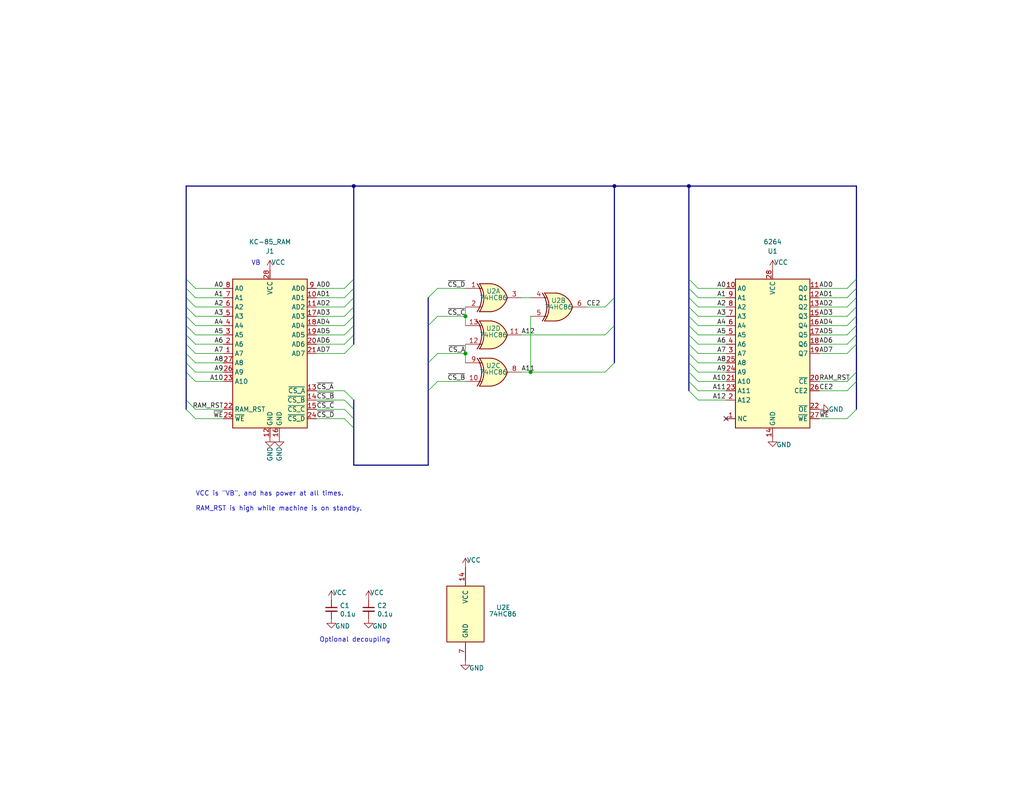
<source format=kicad_sch>
(kicad_sch (version 20211123) (generator eeschema)
  (paper "USLetter")
  (title_block (title "Model T RAM Module") (date "2021-08-19") (rev "006") (company "b.kenyon.w@gmail.com"))
  (lib_symbols
    (symbol "000_LOCAL:6264"
      (property "Reference" "U" (at -10.16 20.955 0))
      (property "Value" "6264" (at 2.54 20.955 0))
      (symbol "6264_0_0"
        (pin power_in line (at 0 -22.86 90) (length 2.54) (name "GND") (number "14"))
        (pin power_in line (at 0 22.86 270) (length 2.54) (name "VCC") (number "28"))
      )
      (symbol "6264_0_1"
        (rectangle (start -10.16 20.32) (end 10.16 -20.32) (stroke (width 0.254)) (fill (type background)))
      )
      (symbol "6264_1_1"
        (pin no_connect line (at -12.7 -17.78 0) (length 2.54) (name "NC") (number "1"))
        (pin input line (at -12.7 17.78 0) (length 2.54) (name "A0") (number "10"))
        (pin tri_state line (at 12.7 17.78 180) (length 2.54) (name "Q0") (number "11"))
        (pin tri_state line (at 12.7 15.24 180) (length 2.54) (name "Q1") (number "12"))
        (pin tri_state line (at 12.7 12.7 180) (length 2.54) (name "Q2") (number "13"))
        (pin tri_state line (at 12.7 10.16 180) (length 2.54) (name "Q3") (number "15"))
        (pin tri_state line (at 12.7 7.62 180) (length 2.54) (name "Q4") (number "16"))
        (pin tri_state line (at 12.7 5.08 180) (length 2.54) (name "Q5") (number "17"))
        (pin tri_state line (at 12.7 2.54 180) (length 2.54) (name "Q6") (number "18"))
        (pin tri_state line (at 12.7 0 180) (length 2.54) (name "Q7") (number "19"))
        (pin input line (at -12.7 -12.7 0) (length 2.54) (name "A12") (number "2"))
        (pin input line (at 12.7 -7.62 180) (length 2.54) (name "~{CE}") (number "20"))
        (pin input line (at -12.7 -7.62 0) (length 2.54) (name "A10") (number "21"))
        (pin input line (at 12.7 -15.24 180) (length 2.54) (name "~{OE}") (number "22"))
        (pin input line (at -12.7 -10.16 0) (length 2.54) (name "A11") (number "23"))
        (pin input line (at -12.7 -5.08 0) (length 2.54) (name "A9") (number "24"))
        (pin input line (at -12.7 -2.54 0) (length 2.54) (name "A8") (number "25"))
        (pin input line (at 12.7 -10.16 180) (length 2.54) (name "CE2") (number "26"))
        (pin input line (at 12.7 -17.78 180) (length 2.54) (name "~{WE}") (number "27"))
        (pin input line (at -12.7 0 0) (length 2.54) (name "A7") (number "3"))
        (pin input line (at -12.7 2.54 0) (length 2.54) (name "A6") (number "4"))
        (pin input line (at -12.7 5.08 0) (length 2.54) (name "A5") (number "5"))
        (pin input line (at -12.7 7.62 0) (length 2.54) (name "A4") (number "6"))
        (pin input line (at -12.7 10.16 0) (length 2.54) (name "A3") (number "7"))
        (pin input line (at -12.7 12.7 0) (length 2.54) (name "A2") (number "8"))
        (pin input line (at -12.7 15.24 0) (length 2.54) (name "A1") (number "9"))
      )
    )
    (symbol "000_LOCAL:74HC86" (pin_names (offset 1.016))
      (property "Reference" "U" (at 0 1.27 0))
      (property "Value" "74HC86" (at 0 -1.27 0))
      (symbol "74HC86_1_0"
        (arc (start -4.4196 -3.81) (mid -3.2033 0) (end -4.4196 3.81) (stroke (width 0.254)))
        (arc (start -3.81 -3.81) (mid -2.589 0) (end -3.81 3.81) (stroke (width 0.254)))
        (arc (start -0.6096 -3.81) (mid 2.1842 -2.5851) (end 3.81 0) (stroke (width 0.254)) (fill (type background)))
        (polyline (pts (xy -3.81 -3.81) (xy -0.635 -3.81)) (stroke (width 0.254)) (fill (type background)))
        (polyline (pts (xy -3.81 3.81) (xy -0.635 3.81)) (stroke (width 0.254)) (fill (type background)))
        (polyline (pts (xy -0.635 3.81) (xy -3.81 3.81) (xy -3.81 3.81) (xy -3.556 3.4036) (xy -3.0226 2.2606) (xy -2.6924 1.0414) (xy -2.6162 -0.254) (xy -2.7686 -1.4986) (xy -3.175 -2.7178) (xy -3.81 -3.81) (xy -3.81 -3.81) (xy -0.635 -3.81)) (stroke (width -25.4)) (fill (type background)))
        (arc (start 3.81 0) (mid 2.1915 2.5936) (end -0.6096 3.81) (stroke (width 0.254)) (fill (type background)))
        (pin input line (at -7.62 2.54 0) (length 4.445) (name "~") (number "1"))
        (pin input line (at -7.62 -2.54 0) (length 4.445) (name "~") (number "2"))
        (pin output line (at 7.62 0 180) (length 3.81) (name "~") (number "3"))
      )
      (symbol "74HC86_1_1"
        (polyline (pts (xy -3.81 -2.54) (xy -3.175 -2.54)) (stroke (width 0.1524)))
        (polyline (pts (xy -3.81 2.54) (xy -3.175 2.54)) (stroke (width 0.1524)))
      )
      (symbol "74HC86_2_0"
        (arc (start -4.4196 -3.81) (mid -3.2033 0) (end -4.4196 3.81) (stroke (width 0.254)))
        (arc (start -3.81 -3.81) (mid -2.589 0) (end -3.81 3.81) (stroke (width 0.254)))
        (arc (start -0.6096 -3.81) (mid 2.1842 -2.5851) (end 3.81 0) (stroke (width 0.254)) (fill (type background)))
        (polyline (pts (xy -3.81 -3.81) (xy -0.635 -3.81)) (stroke (width 0.254)) (fill (type background)))
        (polyline (pts (xy -3.81 3.81) (xy -0.635 3.81)) (stroke (width 0.254)) (fill (type background)))
        (polyline (pts (xy -0.635 3.81) (xy -3.81 3.81) (xy -3.81 3.81) (xy -3.556 3.4036) (xy -3.0226 2.2606) (xy -2.6924 1.0414) (xy -2.6162 -0.254) (xy -2.7686 -1.4986) (xy -3.175 -2.7178) (xy -3.81 -3.81) (xy -3.81 -3.81) (xy -0.635 -3.81)) (stroke (width -25.4)) (fill (type background)))
        (arc (start 3.81 0) (mid 2.1915 2.5936) (end -0.6096 3.81) (stroke (width 0.254)) (fill (type background)))
        (pin input line (at -7.62 2.54 0) (length 4.445) (name "~") (number "4"))
        (pin input line (at -7.62 -2.54 0) (length 4.445) (name "~") (number "5"))
        (pin output line (at 7.62 0 180) (length 3.81) (name "~") (number "6"))
      )
      (symbol "74HC86_2_1"
        (polyline (pts (xy -3.81 -2.54) (xy -3.175 -2.54)) (stroke (width 0.1524)))
        (polyline (pts (xy -3.81 2.54) (xy -3.175 2.54)) (stroke (width 0.1524)))
      )
      (symbol "74HC86_3_0"
        (arc (start -4.4196 -3.81) (mid -3.2033 0) (end -4.4196 3.81) (stroke (width 0.254)))
        (arc (start -3.81 -3.81) (mid -2.589 0) (end -3.81 3.81) (stroke (width 0.254)))
        (arc (start -0.6096 -3.81) (mid 2.1842 -2.5851) (end 3.81 0) (stroke (width 0.254)) (fill (type background)))
        (polyline (pts (xy -3.81 -3.81) (xy -0.635 -3.81)) (stroke (width 0.254)) (fill (type background)))
        (polyline (pts (xy -3.81 3.81) (xy -0.635 3.81)) (stroke (width 0.254)) (fill (type background)))
        (polyline (pts (xy -0.635 3.81) (xy -3.81 3.81) (xy -3.81 3.81) (xy -3.556 3.4036) (xy -3.0226 2.2606) (xy -2.6924 1.0414) (xy -2.6162 -0.254) (xy -2.7686 -1.4986) (xy -3.175 -2.7178) (xy -3.81 -3.81) (xy -3.81 -3.81) (xy -0.635 -3.81)) (stroke (width -25.4)) (fill (type background)))
        (arc (start 3.81 0) (mid 2.1915 2.5936) (end -0.6096 3.81) (stroke (width 0.254)) (fill (type background)))
        (pin input line (at -7.62 -2.54 0) (length 4.445) (name "~") (number "10"))
        (pin output line (at 7.62 0 180) (length 3.81) (name "~") (number "8"))
        (pin input line (at -7.62 2.54 0) (length 4.445) (name "~") (number "9"))
      )
      (symbol "74HC86_3_1"
        (polyline (pts (xy -3.81 -2.54) (xy -3.175 -2.54)) (stroke (width 0.1524)))
        (polyline (pts (xy -3.81 2.54) (xy -3.175 2.54)) (stroke (width 0.1524)))
      )
      (symbol "74HC86_4_0"
        (arc (start -4.4196 -3.81) (mid -3.2033 0) (end -4.4196 3.81) (stroke (width 0.254)))
        (arc (start -3.81 -3.81) (mid -2.589 0) (end -3.81 3.81) (stroke (width 0.254)))
        (arc (start -0.6096 -3.81) (mid 2.1842 -2.5851) (end 3.81 0) (stroke (width 0.254)) (fill (type background)))
        (polyline (pts (xy -3.81 -3.81) (xy -0.635 -3.81)) (stroke (width 0.254)) (fill (type background)))
        (polyline (pts (xy -3.81 3.81) (xy -0.635 3.81)) (stroke (width 0.254)) (fill (type background)))
        (polyline (pts (xy -0.635 3.81) (xy -3.81 3.81) (xy -3.81 3.81) (xy -3.556 3.4036) (xy -3.0226 2.2606) (xy -2.6924 1.0414) (xy -2.6162 -0.254) (xy -2.7686 -1.4986) (xy -3.175 -2.7178) (xy -3.81 -3.81) (xy -3.81 -3.81) (xy -0.635 -3.81)) (stroke (width -25.4)) (fill (type background)))
        (arc (start 3.81 0) (mid 2.1915 2.5936) (end -0.6096 3.81) (stroke (width 0.254)) (fill (type background)))
        (pin output line (at 7.62 0 180) (length 3.81) (name "~") (number "11"))
        (pin input line (at -7.62 2.54 0) (length 4.445) (name "~") (number "12"))
        (pin input line (at -7.62 -2.54 0) (length 4.445) (name "~") (number "13"))
      )
      (symbol "74HC86_4_1"
        (polyline (pts (xy -3.81 -2.54) (xy -3.175 -2.54)) (stroke (width 0.1524)))
        (polyline (pts (xy -3.81 2.54) (xy -3.175 2.54)) (stroke (width 0.1524)))
      )
      (symbol "74HC86_5_0"
        (pin power_in line (at 0 12.7 270) (length 5.08) (name "VCC") (number "14"))
        (pin power_in line (at 0 -12.7 90) (length 5.08) (name "GND") (number "7"))
      )
      (symbol "74HC86_5_1"
        (rectangle (start -5.08 7.62) (end 5.08 -7.62) (stroke (width 0.254)) (fill (type background)))
      )
    )
    (symbol "000_LOCAL:C" (pin_numbers hide) (pin_names (offset 0.254) hide)
      (property "Reference" "C" (at 0.254 1.778 0))
      (property "Value" "C" (at 0.254 -2.032 0))
      (symbol "C_0_1"
        (polyline (pts (xy -1.524 -0.508) (xy 1.524 -0.508)) (stroke (width 0.3302)))
        (polyline (pts (xy -1.524 0.508) (xy 1.524 0.508)) (stroke (width 0.3048)))
      )
      (symbol "C_1_1"
        (pin passive line (at 0 2.54 270) (length 2.032) (name "~") (number "1"))
        (pin passive line (at 0 -2.54 90) (length 2.032) (name "~") (number "2"))
      )
    )
    (symbol "000_LOCAL:KC-85_RAM"
      (property "Reference" "U" (at -10.16 20.955 0))
      (property "Value" "KC-85_RAM" (at 2.54 20.955 0))
      (symbol "KC-85_RAM_0_0"
        (pin power_in line (at 0 -22.86 90) (length 2.54) (name "GND") (number "12"))
        (pin power_in line (at 0 22.86 270) (length 2.54) (name "VCC") (number "28"))
      )
      (symbol "KC-85_RAM_0_1"
        (rectangle (start -10.16 20.32) (end 10.16 -20.32) (stroke (width 0.254)) (fill (type background)))
      )
      (symbol "KC-85_RAM_1_1"
        (pin input line (at -12.7 0 0) (length 2.54) (name "A7") (number "1"))
        (pin tri_state line (at 12.7 15.24 180) (length 2.54) (name "AD1") (number "10"))
        (pin tri_state line (at 12.7 12.7 180) (length 2.54) (name "AD2") (number "11"))
        (pin input line (at 12.7 -10.16 180) (length 2.54) (name "~{CS_A}") (number "13"))
        (pin input line (at 12.7 -12.7 180) (length 2.54) (name "~{CS_B}") (number "14"))
        (pin input line (at 12.7 -15.24 180) (length 2.54) (name "~{CS_C}") (number "15"))
        (pin power_in line (at 2.54 -22.86 90) (length 2.54) (name "GND") (number "16"))
        (pin tri_state line (at 12.7 10.16 180) (length 2.54) (name "AD3") (number "17"))
        (pin tri_state line (at 12.7 7.62 180) (length 2.54) (name "AD4") (number "18"))
        (pin tri_state line (at 12.7 5.08 180) (length 2.54) (name "AD5") (number "19"))
        (pin input line (at -12.7 2.54 0) (length 2.54) (name "A6") (number "2"))
        (pin tri_state line (at 12.7 2.54 180) (length 2.54) (name "AD6") (number "20"))
        (pin tri_state line (at 12.7 0 180) (length 2.54) (name "AD7") (number "21"))
        (pin input line (at -12.7 -15.24 0) (length 2.54) (name "RAM_RST") (number "22"))
        (pin input line (at -12.7 -7.62 0) (length 2.54) (name "A10") (number "23"))
        (pin input line (at 12.7 -17.78 180) (length 2.54) (name "~{CS_D}") (number "24"))
        (pin input line (at -12.7 -17.78 0) (length 2.54) (name "~{WE}") (number "25"))
        (pin input line (at -12.7 -5.08 0) (length 2.54) (name "A9") (number "26"))
        (pin input line (at -12.7 -2.54 0) (length 2.54) (name "A8") (number "27"))
        (pin input line (at -12.7 5.08 0) (length 2.54) (name "A5") (number "3"))
        (pin input line (at -12.7 7.62 0) (length 2.54) (name "A4") (number "4"))
        (pin input line (at -12.7 10.16 0) (length 2.54) (name "A3") (number "5"))
        (pin input line (at -12.7 12.7 0) (length 2.54) (name "A2") (number "6"))
        (pin input line (at -12.7 15.24 0) (length 2.54) (name "A1") (number "7"))
        (pin input line (at -12.7 17.78 0) (length 2.54) (name "A0") (number "8"))
        (pin tri_state line (at 12.7 17.78 180) (length 2.54) (name "AD0") (number "9"))
      )
    )
    (symbol "power:GND" (power) (pin_names (offset 0))
      (property "Value" "GND" (at 0 -3.81 0))
      (symbol "GND_0_1"
        (polyline (pts (xy 0 0) (xy 0 -1.27) (xy 1.27 -1.27) (xy 0 -2.54) (xy -1.27 -1.27) (xy 0 -1.27)))
      )
      (symbol "GND_1_1"
        (pin power_in line (at 0 0 270) (length 0) hide (name "GND") (number "1"))
      )
    )
    (symbol "power:VCC" (power) (pin_names (offset 0))
      (property "Value" "VCC" (at 0 3.81 0))
      (symbol "VCC_0_1"
        (polyline (pts (xy -0.762 1.27) (xy 0 2.54)))
        (polyline (pts (xy 0 0) (xy 0 2.54)))
        (polyline (pts (xy 0 2.54) (xy 0.762 1.27)))
      )
      (symbol "VCC_1_1"
        (pin power_in line (at 0 0 90) (length 0) hide (name "VCC") (number "1"))
      )
    )
  )
  (junction (at 127 86.36))
  (junction (at 96.52 50.8))
  (junction (at 187.96 50.8))
  (junction (at 127 96.52))
  (junction (at 144.78 101.6))
  (junction (at 167.64 50.8))
  (no_connect (at 198.12 114.3))
  (bus_entry (at 187.96 106.68) (size 2.54 2.54))
  (bus_entry (at 93.98 88.9) (size 2.54 -2.54))
  (bus_entry (at 50.8 78.74) (size 2.54 2.54))
  (bus_entry (at 231.14 81.28) (size 2.54 -2.54))
  (bus_entry (at 93.98 96.52) (size 2.54 -2.54))
  (bus_entry (at 231.14 106.68) (size 2.54 -2.54))
  (bus_entry (at 93.98 83.82) (size 2.54 -2.54))
  (bus_entry (at 187.96 78.74) (size 2.54 2.54))
  (bus_entry (at 187.96 104.14) (size 2.54 2.54))
  (bus_entry (at 187.96 83.82) (size 2.54 2.54))
  (bus_entry (at 187.96 99.06) (size 2.54 2.54))
  (bus_entry (at 116.84 88.9) (size 2.54 -2.54))
  (bus_entry (at 50.8 88.9) (size 2.54 2.54))
  (bus_entry (at 231.14 83.82) (size 2.54 -2.54))
  (bus_entry (at 50.8 101.6) (size 2.54 2.54))
  (bus_entry (at 50.8 83.82) (size 2.54 2.54))
  (bus_entry (at 187.96 86.36) (size 2.54 2.54))
  (bus_entry (at 93.98 114.3) (size 2.54 2.54))
  (bus_entry (at 231.14 114.3) (size 2.54 -2.54))
  (bus_entry (at 93.98 86.36) (size 2.54 -2.54))
  (bus_entry (at 93.98 109.22) (size 2.54 2.54))
  (bus_entry (at 187.96 81.28) (size 2.54 2.54))
  (bus_entry (at 165.1 101.6) (size 2.54 -2.54))
  (bus_entry (at 50.8 91.44) (size 2.54 2.54))
  (bus_entry (at 93.98 111.76) (size 2.54 2.54))
  (bus_entry (at 50.8 81.28) (size 2.54 2.54))
  (bus_entry (at 50.8 111.76) (size 2.54 2.54))
  (bus_entry (at 187.96 101.6) (size 2.54 2.54))
  (bus_entry (at 231.14 88.9) (size 2.54 -2.54))
  (bus_entry (at 231.14 78.74) (size 2.54 -2.54))
  (bus_entry (at 187.96 76.2) (size 2.54 2.54))
  (bus_entry (at 187.96 93.98) (size 2.54 2.54))
  (bus_entry (at 187.96 88.9) (size 2.54 2.54))
  (bus_entry (at 93.98 81.28) (size 2.54 -2.54))
  (bus_entry (at 93.98 106.68) (size 2.54 2.54))
  (bus_entry (at 231.14 96.52) (size 2.54 -2.54))
  (bus_entry (at 116.84 106.68) (size 2.54 -2.54))
  (bus_entry (at 231.14 91.44) (size 2.54 -2.54))
  (bus_entry (at 231.14 104.14) (size 2.54 -2.54))
  (bus_entry (at 50.8 96.52) (size 2.54 2.54))
  (bus_entry (at 50.8 86.36) (size 2.54 2.54))
  (bus_entry (at 165.1 83.82) (size 2.54 -2.54))
  (bus_entry (at 187.96 91.44) (size 2.54 2.54))
  (bus_entry (at 116.84 99.06) (size 2.54 -2.54))
  (bus_entry (at 165.1 91.44) (size 2.54 -2.54))
  (bus_entry (at 93.98 93.98) (size 2.54 -2.54))
  (bus_entry (at 231.14 93.98) (size 2.54 -2.54))
  (bus_entry (at 50.8 93.98) (size 2.54 2.54))
  (bus_entry (at 187.96 96.52) (size 2.54 2.54))
  (bus_entry (at 50.8 109.22) (size 2.54 2.54))
  (bus_entry (at 93.98 91.44) (size 2.54 -2.54))
  (bus_entry (at 231.14 86.36) (size 2.54 -2.54))
  (bus_entry (at 93.98 78.74) (size 2.54 -2.54))
  (bus_entry (at 50.8 76.2) (size 2.54 2.54))
  (bus_entry (at 116.84 81.28) (size 2.54 -2.54))
  (bus_entry (at 50.8 99.06) (size 2.54 2.54))
  (bus (pts (xy 50.8 76.2) (xy 50.8 78.74)))
  (bus (pts (xy 187.96 86.36) (xy 187.96 88.9)))
  (wire (pts (xy 223.52 78.74) (xy 231.14 78.74)))
  (bus (pts (xy 50.8 86.36) (xy 50.8 88.9)))
  (bus (pts (xy 50.8 96.52) (xy 50.8 99.06)))
  (wire (pts (xy 86.36 106.68) (xy 93.98 106.68)))
  (wire (pts (xy 86.36 86.36) (xy 93.98 86.36)))
  (bus (pts (xy 50.8 81.28) (xy 50.8 83.82)))
  (bus (pts (xy 233.68 88.9) (xy 233.68 91.44)))
  (wire (pts (xy 86.36 81.28) (xy 93.98 81.28)))
  (bus (pts (xy 96.52 76.2) (xy 96.52 78.74)))
  (wire (pts (xy 53.34 78.74) (xy 60.96 78.74)))
  (bus (pts (xy 187.96 101.6) (xy 187.96 104.14)))
  (wire (pts (xy 53.34 101.6) (xy 60.96 101.6)))
  (bus (pts (xy 187.96 91.44) (xy 187.96 93.98)))
  (bus (pts (xy 187.96 93.98) (xy 187.96 96.52)))
  (bus (pts (xy 96.52 109.22) (xy 96.52 111.76)))
  (bus (pts (xy 233.68 83.82) (xy 233.68 86.36)))
  (bus (pts (xy 233.68 50.8) (xy 187.96 50.8)))
  (bus (pts (xy 96.52 83.82) (xy 96.52 86.36)))
  (bus (pts (xy 233.68 93.98) (xy 233.68 101.6)))
  (wire (pts (xy 86.36 93.98) (xy 93.98 93.98)))
  (wire (pts (xy 86.36 83.82) (xy 93.98 83.82)))
  (bus (pts (xy 50.8 101.6) (xy 50.8 109.22)))
  (wire (pts (xy 53.34 111.76) (xy 60.96 111.76)))
  (wire (pts (xy 127 96.52) (xy 119.38 96.52)))
  (bus (pts (xy 50.8 50.8) (xy 96.52 50.8)))
  (wire (pts (xy 190.5 93.98) (xy 198.12 93.98)))
  (bus (pts (xy 116.84 99.06) (xy 116.84 106.68)))
  (bus (pts (xy 233.68 81.28) (xy 233.68 83.82)))
  (bus (pts (xy 187.96 81.28) (xy 187.96 83.82)))
  (wire (pts (xy 223.52 81.28) (xy 231.14 81.28)))
  (wire (pts (xy 53.34 88.9) (xy 60.96 88.9)))
  (bus (pts (xy 187.96 83.82) (xy 187.96 86.36)))
  (wire (pts (xy 190.5 96.52) (xy 198.12 96.52)))
  (wire (pts (xy 127 86.36) (xy 127 88.9)))
  (wire (pts (xy 127 78.74) (xy 119.38 78.74)))
  (wire (pts (xy 53.34 96.52) (xy 60.96 96.52)))
  (bus (pts (xy 233.68 101.6) (xy 233.68 104.14)))
  (bus (pts (xy 50.8 99.06) (xy 50.8 101.6)))
  (bus (pts (xy 187.96 50.8) (xy 187.96 76.2)))
  (bus (pts (xy 187.96 96.52) (xy 187.96 99.06)))
  (wire (pts (xy 86.36 88.9) (xy 93.98 88.9)))
  (wire (pts (xy 190.5 101.6) (xy 198.12 101.6)))
  (wire (pts (xy 86.36 91.44) (xy 93.98 91.44)))
  (wire (pts (xy 86.36 96.52) (xy 93.98 96.52)))
  (wire (pts (xy 142.24 101.6) (xy 144.78 101.6)))
  (wire (pts (xy 190.5 99.06) (xy 198.12 99.06)))
  (wire (pts (xy 53.34 81.28) (xy 60.96 81.28)))
  (bus (pts (xy 187.96 99.06) (xy 187.96 101.6)))
  (wire (pts (xy 86.36 109.22) (xy 93.98 109.22)))
  (wire (pts (xy 190.5 104.14) (xy 198.12 104.14)))
  (bus (pts (xy 167.64 50.8) (xy 187.96 50.8)))
  (wire (pts (xy 223.52 96.52) (xy 231.14 96.52)))
  (bus (pts (xy 50.8 50.8) (xy 50.8 76.2)))
  (wire (pts (xy 190.5 109.22) (xy 198.12 109.22)))
  (wire (pts (xy 223.52 86.36) (xy 231.14 86.36)))
  (wire (pts (xy 142.24 91.44) (xy 165.1 91.44)))
  (wire (pts (xy 190.5 91.44) (xy 198.12 91.44)))
  (wire (pts (xy 53.34 86.36) (xy 60.96 86.36)))
  (bus (pts (xy 50.8 109.22) (xy 50.8 111.76)))
  (bus (pts (xy 167.64 88.9) (xy 167.64 99.06)))
  (bus (pts (xy 116.84 88.9) (xy 116.84 99.06)))
  (bus (pts (xy 233.68 91.44) (xy 233.68 93.98)))
  (wire (pts (xy 53.34 99.06) (xy 60.96 99.06)))
  (wire (pts (xy 53.34 114.3) (xy 60.96 114.3)))
  (wire (pts (xy 127 104.14) (xy 119.38 104.14)))
  (bus (pts (xy 50.8 78.74) (xy 50.8 81.28)))
  (bus (pts (xy 187.96 76.2) (xy 187.96 78.74)))
  (bus (pts (xy 116.84 106.68) (xy 116.84 127)))
  (wire (pts (xy 190.5 86.36) (xy 198.12 86.36)))
  (bus (pts (xy 187.96 88.9) (xy 187.96 91.44)))
  (wire (pts (xy 160.02 83.82) (xy 165.1 83.82)))
  (wire (pts (xy 190.5 78.74) (xy 198.12 78.74)))
  (wire (pts (xy 223.52 114.3) (xy 231.14 114.3)))
  (bus (pts (xy 50.8 83.82) (xy 50.8 86.36)))
  (wire (pts (xy 53.34 91.44) (xy 60.96 91.44)))
  (wire (pts (xy 86.36 78.74) (xy 93.98 78.74)))
  (wire (pts (xy 53.34 104.14) (xy 60.96 104.14)))
  (wire (pts (xy 86.36 111.76) (xy 93.98 111.76)))
  (wire (pts (xy 223.52 88.9) (xy 231.14 88.9)))
  (wire (pts (xy 144.78 86.36) (xy 144.78 101.6)))
  (bus (pts (xy 233.68 50.8) (xy 233.68 76.2)))
  (bus (pts (xy 96.52 127) (xy 116.84 127)))
  (wire (pts (xy 190.5 83.82) (xy 198.12 83.82)))
  (bus (pts (xy 96.52 114.3) (xy 96.52 116.84)))
  (bus (pts (xy 187.96 104.14) (xy 187.96 106.68)))
  (bus (pts (xy 233.68 76.2) (xy 233.68 78.74)))
  (wire (pts (xy 190.5 88.9) (xy 198.12 88.9)))
  (bus (pts (xy 50.8 93.98) (xy 50.8 96.52)))
  (bus (pts (xy 116.84 81.28) (xy 116.84 88.9)))
  (bus (pts (xy 50.8 91.44) (xy 50.8 93.98)))
  (bus (pts (xy 167.64 50.8) (xy 167.64 81.28)))
  (bus (pts (xy 96.52 86.36) (xy 96.52 88.9)))
  (bus (pts (xy 96.52 78.74) (xy 96.52 81.28)))
  (wire (pts (xy 144.78 101.6) (xy 165.1 101.6)))
  (wire (pts (xy 223.52 83.82) (xy 231.14 83.82)))
  (bus (pts (xy 96.52 81.28) (xy 96.52 83.82)))
  (wire (pts (xy 223.52 106.68) (xy 231.14 106.68)))
  (bus (pts (xy 96.52 50.8) (xy 96.52 76.2)))
  (wire (pts (xy 53.34 83.82) (xy 60.96 83.82)))
  (wire (pts (xy 223.52 91.44) (xy 231.14 91.44)))
  (bus (pts (xy 96.52 116.84) (xy 96.52 127)))
  (wire (pts (xy 144.78 81.28) (xy 142.24 81.28)))
  (bus (pts (xy 167.64 81.28) (xy 167.64 88.9)))
  (bus (pts (xy 96.52 91.44) (xy 96.52 93.98)))
  (bus (pts (xy 233.68 78.74) (xy 233.68 81.28)))
  (bus (pts (xy 96.52 111.76) (xy 96.52 114.3)))
  (wire (pts (xy 223.52 104.14) (xy 231.14 104.14)))
  (bus (pts (xy 233.68 104.14) (xy 233.68 111.76)))
  (wire (pts (xy 127 96.52) (xy 127 99.06)))
  (bus (pts (xy 96.52 88.9) (xy 96.52 91.44)))
  (wire (pts (xy 223.52 93.98) (xy 231.14 93.98)))
  (bus (pts (xy 96.52 50.8) (xy 167.64 50.8)))
  (wire (pts (xy 127 83.82) (xy 127 86.36)))
  (wire (pts (xy 86.36 114.3) (xy 93.98 114.3)))
  (wire (pts (xy 127 86.36) (xy 119.38 86.36)))
  (bus (pts (xy 233.68 86.36) (xy 233.68 88.9)))
  (bus (pts (xy 50.8 88.9) (xy 50.8 91.44)))
  (wire (pts (xy 190.5 81.28) (xy 198.12 81.28)))
  (bus (pts (xy 187.96 78.74) (xy 187.96 81.28)))
  (wire (pts (xy 53.34 93.98) (xy 60.96 93.98)))
  (wire (pts (xy 127 93.98) (xy 127 96.52)))
  (wire (pts (xy 190.5 106.68) (xy 198.12 106.68)))
  (text "Optional decoupling" (at 87.122 175.514 0) (effects (font (size 1.27 1.27)) (justify left bottom)))
  (text "VCC is \"VB\", and has power at all times.\n\nRAM_RST is high while machine is on standby." (at 53.34 139.7 0) (effects (font (size 1.27 1.27)) (justify left bottom)))
  (text "VB" (at 71.12 72.644 180) (effects (font (size 1.27 1.27)) (justify right bottom)))
  (label "A1" (at 60.96 81.28 180))
  (label "AD6" (at 223.52 93.98 0))
  (label "~{WE}" (at 223.52 114.3 0))
  (label "~{CS_C}" (at 86.36 111.76 0))
  (label "A4" (at 198.12 88.9 180))
  (label "~{CS_D}" (at 127 78.74 180))
  (label "A6" (at 198.12 93.98 180))
  (label "~{CS_A}" (at 127 96.52 180))
  (label "~{CS_B}" (at 86.36 109.22 0))
  (label "~{CS_A}" (at 86.36 106.68 0))
  (label "A9" (at 60.96 101.6 180))
  (label "A12" (at 142.24 91.44 0))
  (label "A4" (at 60.96 88.9 180))
  (label "AD6" (at 86.36 93.98 0))
  (label "A7" (at 60.96 96.52 180))
  (label "AD3" (at 86.36 86.36 0))
  (label "AD2" (at 86.36 83.82 0))
  (label "A0" (at 60.96 78.74 180))
  (label "A3" (at 60.96 86.36 180))
  (label "A11" (at 142.24 101.6 0))
  (label "A1" (at 198.12 81.28 180))
  (label "CE2" (at 160.02 83.82 0))
  (label "A8" (at 198.12 99.06 180))
  (label "A0" (at 198.12 78.74 180))
  (label "A2" (at 198.12 83.82 180))
  (label "~{CS_B}" (at 127 104.14 180))
  (label "AD0" (at 223.52 78.74 0))
  (label "AD4" (at 86.36 88.9 0))
  (label "A3" (at 198.12 86.36 180))
  (label "A9" (at 198.12 101.6 180))
  (label "~{CS_D}" (at 86.36 114.3 0))
  (label "AD2" (at 223.52 83.82 0))
  (label "AD5" (at 223.52 91.44 0))
  (label "A7" (at 198.12 96.52 180))
  (label "AD1" (at 223.52 81.28 0))
  (label "A12" (at 198.12 109.22 180))
  (label "A8" (at 60.96 99.06 180))
  (label "A10" (at 60.96 104.14 180))
  (label "A10" (at 198.12 104.14 180))
  (label "A11" (at 198.12 106.68 180))
  (label "RAM_RST" (at 60.96 111.76 180))
  (label "A5" (at 60.96 91.44 180))
  (label "AD7" (at 223.52 96.52 0))
  (label "AD7" (at 86.36 96.52 0))
  (label "AD1" (at 86.36 81.28 0))
  (label "A5" (at 198.12 91.44 180))
  (label "CE2" (at 223.52 106.68 0))
  (label "AD3" (at 223.52 86.36 0))
  (label "AD4" (at 223.52 88.9 0))
  (label "~{CS_C}" (at 127 86.36 180))
  (label "AD0" (at 86.36 78.74 0))
  (label "~{WE}" (at 60.96 114.3 180))
  (label "A6" (at 60.96 93.98 180))
  (label "A2" (at 60.96 83.82 180))
  (label "AD5" (at 86.36 91.44 0))
  (label "RAM_RST" (at 223.52 104.14 0))
  (symbol (lib_id "000_LOCAL:KC-85_RAM") (at 73.66 96.52 0) (unit 1)
    (property "Reference" "J1" (at 73.66 68.58 0))
    (property "Value" "KC-85_RAM" (at 73.66 66.04 0))
    (property "Footprint" "000_LOCAL:DIP28_725mils_pcb_pins" (effects hide))
  )
  (symbol (lib_id "000_LOCAL:6264") (at 210.82 96.52 0) (unit 1)
    (property "Reference" "U1" (at 210.82 68.58 0))
    (property "Value" "6264" (at 210.82 66.04 0))
    (property "Footprint" "000_LOCAL:AS6C6264-55SCN" (effects hide))
    (property "Datasheet" "https://www.futurlec.com/Datasheet/Memory/62256.pdf" (effects hide))
  )
  (symbol (lib_id "power:GND") (at 210.82 119.38 0) (unit 1)
    (property "Reference" "#PWR0101" (effects hide))
    (property "Value" "GND" (at 213.868 121.412 0))
  )
  (symbol (lib_id "power:GND") (at 73.66 119.38 0) (unit 1)
    (property "Reference" "#PWR0102" (effects hide))
    (property "Value" "GND" (at 73.66 123.952 90))
  )
  (symbol (lib_id "power:VCC") (at 210.82 73.66 0) (unit 1)
    (property "Reference" "#PWR0103" (effects hide))
    (property "Value" "VCC" (at 213.106 71.628 0))
  )
  (symbol (lib_id "power:VCC") (at 73.66 73.66 0) (unit 1)
    (property "Reference" "#PWR0104" (effects hide))
    (property "Value" "VCC" (at 75.946 71.628 0))
  )
  (symbol (lib_id "000_LOCAL:74HC86") (at 134.62 81.28 0) (unit 1)
    (property "Reference" "U2" (at 134.62 79.502 0))
    (property "Value" "74HC86" (at 134.62 81.28 0))
    (property "Footprint" "000_LOCAL:SOIC-14_4x9" (effects hide))
    (property "Datasheet" "http://www.ti.com/lit/gpn/sn74HC86" (effects hide))
  )
  (symbol (lib_id "000_LOCAL:74HC86") (at 152.4 83.82 0) (unit 2)
    (property "Reference" "U2" (at 152.4 82.042 0))
    (property "Value" "74HC86" (at 152.4 83.82 0))
    (property "Footprint" "000_LOCAL:SOIC-14_4x9" (effects hide))
    (property "Datasheet" "http://www.ti.com/lit/gpn/sn74HC86" (effects hide))
  )
  (symbol (lib_id "000_LOCAL:74HC86") (at 134.62 101.6 0) (unit 3)
    (property "Reference" "U2" (at 134.62 99.822 0))
    (property "Value" "74HC86" (at 134.62 101.6 0))
    (property "Footprint" "000_LOCAL:SOIC-14_4x9" (effects hide))
    (property "Datasheet" "http://www.ti.com/lit/gpn/sn74HC86" (effects hide))
  )
  (symbol (lib_id "000_LOCAL:74HC86") (at 134.62 91.44 0) (mirror x) (unit 4)
    (property "Reference" "U2" (at 134.62 89.662 0))
    (property "Value" "74HC86" (at 134.62 91.44 0))
    (property "Footprint" "000_LOCAL:SOIC-14_4x9" (effects hide))
    (property "Datasheet" "http://www.ti.com/lit/gpn/sn74HC86" (effects hide))
  )
  (symbol (lib_id "000_LOCAL:74HC86") (at 127 167.64 0) (unit 5)
    (property "Reference" "U2" (at 135.382 165.862 0) (effects (justify left)))
    (property "Value" "74HC86" (at 133.35 167.64 0) (effects (justify left)))
    (property "Footprint" "000_LOCAL:SOIC-14_4x9" (effects hide))
    (property "Datasheet" "http://www.ti.com/lit/gpn/sn74HC86" (effects hide))
  )
  (symbol (lib_id "power:VCC") (at 127 154.94 0) (unit 1)
    (property "Reference" "#PWR0105" (effects hide))
    (property "Value" "VCC" (at 129.286 152.908 0))
  )
  (symbol (lib_id "power:GND") (at 127 180.34 0) (unit 1)
    (property "Reference" "#PWR0106" (effects hide))
    (property "Value" "GND" (at 130.048 182.372 0))
  )
  (symbol (lib_id "power:GND") (at 223.52 111.76 90) (unit 1)
    (property "Reference" "#PWR0107" (effects hide))
    (property "Value" "GND" (at 228.092 111.76 90))
  )
  (symbol (lib_id "power:GND") (at 76.2 119.38 0) (unit 1)
    (property "Reference" "#PWR0108" (effects hide))
    (property "Value" "GND" (at 76.2 123.952 90))
  )
  (symbol (lib_id "000_LOCAL:C") (at 100.584 166.37 0) (unit 1)
    (property "Reference" "C2" (at 102.87 165.354 0) (effects (justify left)))
    (property "Value" "0.1u" (at 102.87 167.64 0) (effects (justify left)))
    (property "Footprint" "000_LOCAL:C_0805" (effects hide))
  )
  (symbol (lib_id "power:VCC") (at 100.584 163.83 0) (unit 1)
    (property "Reference" "#PWR0109" (effects hide))
    (property "Value" "VCC" (at 102.87 161.798 0))
  )
  (symbol (lib_id "power:GND") (at 100.584 168.91 0) (unit 1)
    (property "Reference" "#PWR0110" (effects hide))
    (property "Value" "GND" (at 103.632 170.942 0))
  )
  (symbol (lib_id "000_LOCAL:C") (at 90.424 166.37 0) (unit 1)
    (property "Reference" "C1" (at 92.71 165.354 0) (effects (justify left)))
    (property "Value" "0.1u" (at 92.71 167.64 0) (effects (justify left)))
    (property "Footprint" "000_LOCAL:C_0805" (effects hide))
  )
  (symbol (lib_id "power:VCC") (at 90.424 163.83 0) (unit 1)
    (property "Reference" "#PWR0111" (effects hide))
    (property "Value" "VCC" (at 92.71 161.798 0))
  )
  (symbol (lib_id "power:GND") (at 90.424 168.91 0) (unit 1)
    (property "Reference" "#PWR0112" (effects hide))
    (property "Value" "GND" (at 93.472 170.942 0))
  )
)
</source>
